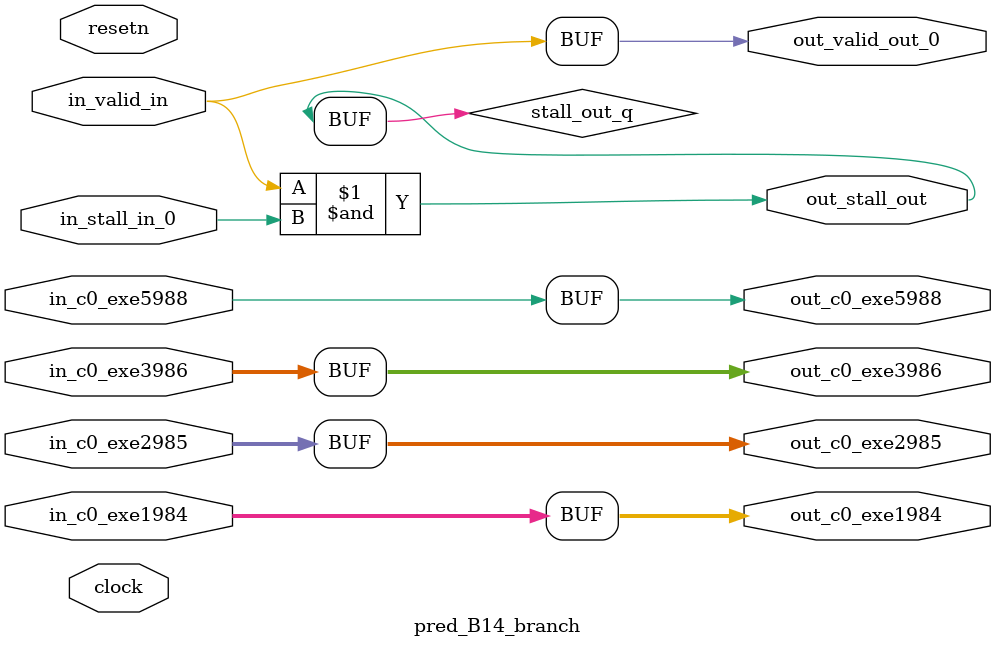
<source format=sv>



(* altera_attribute = "-name AUTO_SHIFT_REGISTER_RECOGNITION OFF; -name MESSAGE_DISABLE 10036; -name MESSAGE_DISABLE 10037; -name MESSAGE_DISABLE 14130; -name MESSAGE_DISABLE 14320; -name MESSAGE_DISABLE 15400; -name MESSAGE_DISABLE 14130; -name MESSAGE_DISABLE 10036; -name MESSAGE_DISABLE 12020; -name MESSAGE_DISABLE 12030; -name MESSAGE_DISABLE 12010; -name MESSAGE_DISABLE 12110; -name MESSAGE_DISABLE 14320; -name MESSAGE_DISABLE 13410; -name MESSAGE_DISABLE 113007; -name MESSAGE_DISABLE 10958" *)
module pred_B14_branch (
    input wire [31:0] in_c0_exe1984,
    input wire [31:0] in_c0_exe2985,
    input wire [63:0] in_c0_exe3986,
    input wire [0:0] in_c0_exe5988,
    input wire [0:0] in_stall_in_0,
    input wire [0:0] in_valid_in,
    output wire [31:0] out_c0_exe1984,
    output wire [31:0] out_c0_exe2985,
    output wire [63:0] out_c0_exe3986,
    output wire [0:0] out_c0_exe5988,
    output wire [0:0] out_stall_out,
    output wire [0:0] out_valid_out_0,
    input wire clock,
    input wire resetn
    );

    wire [0:0] stall_out_q;


    // out_c0_exe1984(GPOUT,8)
    assign out_c0_exe1984 = in_c0_exe1984;

    // out_c0_exe2985(GPOUT,9)
    assign out_c0_exe2985 = in_c0_exe2985;

    // out_c0_exe3986(GPOUT,10)
    assign out_c0_exe3986 = in_c0_exe3986;

    // out_c0_exe5988(GPOUT,11)
    assign out_c0_exe5988 = in_c0_exe5988;

    // stall_out(LOGICAL,14)
    assign stall_out_q = in_valid_in & in_stall_in_0;

    // out_stall_out(GPOUT,12)
    assign out_stall_out = stall_out_q;

    // out_valid_out_0(GPOUT,13)
    assign out_valid_out_0 = in_valid_in;

endmodule

</source>
